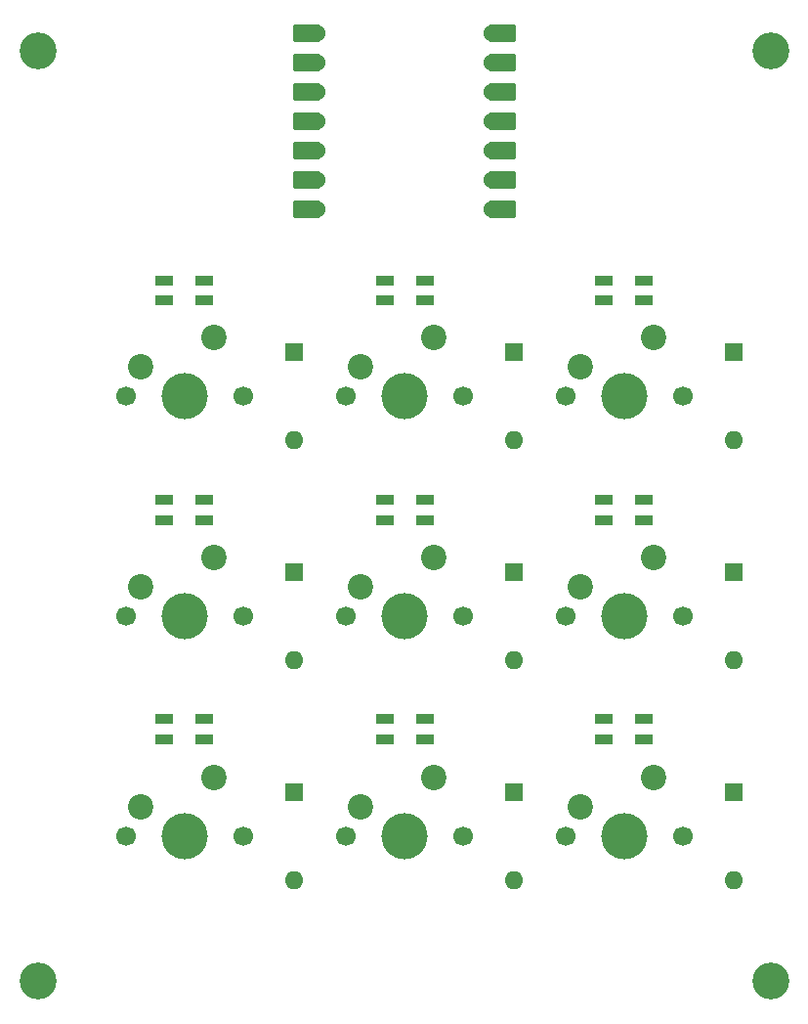
<source format=gbr>
%TF.GenerationSoftware,KiCad,Pcbnew,8.0.8*%
%TF.CreationDate,2025-02-15T18:33:02+00:00*%
%TF.ProjectId,kawaiipad_pcb,6b617761-6969-4706-9164-5f7063622e6b,rev?*%
%TF.SameCoordinates,Original*%
%TF.FileFunction,Soldermask,Top*%
%TF.FilePolarity,Negative*%
%FSLAX46Y46*%
G04 Gerber Fmt 4.6, Leading zero omitted, Abs format (unit mm)*
G04 Created by KiCad (PCBNEW 8.0.8) date 2025-02-15 18:33:02*
%MOMM*%
%LPD*%
G01*
G04 APERTURE LIST*
G04 Aperture macros list*
%AMRoundRect*
0 Rectangle with rounded corners*
0 $1 Rounding radius*
0 $2 $3 $4 $5 $6 $7 $8 $9 X,Y pos of 4 corners*
0 Add a 4 corners polygon primitive as box body*
4,1,4,$2,$3,$4,$5,$6,$7,$8,$9,$2,$3,0*
0 Add four circle primitives for the rounded corners*
1,1,$1+$1,$2,$3*
1,1,$1+$1,$4,$5*
1,1,$1+$1,$6,$7*
1,1,$1+$1,$8,$9*
0 Add four rect primitives between the rounded corners*
20,1,$1+$1,$2,$3,$4,$5,0*
20,1,$1+$1,$4,$5,$6,$7,0*
20,1,$1+$1,$6,$7,$8,$9,0*
20,1,$1+$1,$8,$9,$2,$3,0*%
G04 Aperture macros list end*
%ADD10C,3.200000*%
%ADD11C,1.700000*%
%ADD12C,4.000000*%
%ADD13C,2.200000*%
%ADD14R,1.600000X0.850000*%
%ADD15RoundRect,0.152400X1.063600X0.609600X-1.063600X0.609600X-1.063600X-0.609600X1.063600X-0.609600X0*%
%ADD16C,1.524000*%
%ADD17RoundRect,0.152400X-1.063600X-0.609600X1.063600X-0.609600X1.063600X0.609600X-1.063600X0.609600X0*%
%ADD18R,1.600000X1.600000*%
%ADD19O,1.600000X1.600000*%
G04 APERTURE END LIST*
D10*
%TO.C,REF\u002A\u002A*%
X186500000Y-53500000D03*
%TD*%
%TO.C,REF\u002A\u002A*%
X186500000Y-134000000D03*
%TD*%
%TO.C,REF\u002A\u002A*%
X123000000Y-134000000D03*
%TD*%
%TO.C,REF\u002A\u002A*%
X123000000Y-53500000D03*
%TD*%
D11*
%TO.C,SW7*%
X130651250Y-121443750D03*
D12*
X135731250Y-121443750D03*
D11*
X140811250Y-121443750D03*
D13*
X138271250Y-116363750D03*
X131921250Y-118903750D03*
%TD*%
D14*
%TO.C,D13*%
X172050000Y-92325000D03*
X172050000Y-94075000D03*
X175550000Y-94075000D03*
X175550000Y-92325000D03*
%TD*%
D15*
%TO.C,U1*%
X146326250Y-51911250D03*
D16*
X147161250Y-51911250D03*
D15*
X146326250Y-54451250D03*
D16*
X147161250Y-54451250D03*
D15*
X146326250Y-56991250D03*
D16*
X147161250Y-56991250D03*
D15*
X146326250Y-59531250D03*
D16*
X147161250Y-59531250D03*
D15*
X146326250Y-62071250D03*
D16*
X147161250Y-62071250D03*
D15*
X146326250Y-64611250D03*
D16*
X147161250Y-64611250D03*
D15*
X146326250Y-67151250D03*
D16*
X147161250Y-67151250D03*
X162401250Y-67151250D03*
D17*
X163236250Y-67151250D03*
D16*
X162401250Y-64611250D03*
D17*
X163236250Y-64611250D03*
D16*
X162401250Y-62071250D03*
D17*
X163236250Y-62071250D03*
D16*
X162401250Y-59531250D03*
D17*
X163236250Y-59531250D03*
D16*
X162401250Y-56991250D03*
D17*
X163236250Y-56991250D03*
D16*
X162401250Y-54451250D03*
D17*
X163236250Y-54451250D03*
D16*
X162401250Y-51911250D03*
D17*
X163236250Y-51911250D03*
%TD*%
D11*
%TO.C,SW8*%
X149701250Y-121443750D03*
D12*
X154781250Y-121443750D03*
D11*
X159861250Y-121443750D03*
D13*
X157321250Y-116363750D03*
X150971250Y-118903750D03*
%TD*%
D14*
%TO.C,D18*%
X172050000Y-111325000D03*
X172050000Y-113075000D03*
X175550000Y-113075000D03*
X175550000Y-111325000D03*
%TD*%
%TO.C,D15*%
X133950000Y-92325000D03*
X133950000Y-94075000D03*
X137450000Y-94075000D03*
X137450000Y-92325000D03*
%TD*%
%TO.C,D16*%
X133950000Y-111325000D03*
X133950000Y-113075000D03*
X137450000Y-113075000D03*
X137450000Y-111325000D03*
%TD*%
%TO.C,D12*%
X172050000Y-73325000D03*
X172050000Y-75075000D03*
X175550000Y-75075000D03*
X175550000Y-73325000D03*
%TD*%
D11*
%TO.C,SW3*%
X168751250Y-83343750D03*
D12*
X173831250Y-83343750D03*
D11*
X178911250Y-83343750D03*
D13*
X176371250Y-78263750D03*
X170021250Y-80803750D03*
%TD*%
D11*
%TO.C,SW6*%
X168751250Y-102393750D03*
D12*
X173831250Y-102393750D03*
D11*
X178911250Y-102393750D03*
D13*
X176371250Y-97313750D03*
X170021250Y-99853750D03*
%TD*%
D14*
%TO.C,D10*%
X133950000Y-73325000D03*
X133950000Y-75075000D03*
X137450000Y-75075000D03*
X137450000Y-73325000D03*
%TD*%
D11*
%TO.C,SW4*%
X130651250Y-102393750D03*
D12*
X135731250Y-102393750D03*
D11*
X140811250Y-102393750D03*
D13*
X138271250Y-97313750D03*
X131921250Y-99853750D03*
%TD*%
D11*
%TO.C,SW2*%
X149701250Y-83343750D03*
D12*
X154781250Y-83343750D03*
D11*
X159861250Y-83343750D03*
D13*
X157321250Y-78263750D03*
X150971250Y-80803750D03*
%TD*%
D11*
%TO.C,SW9*%
X168751250Y-121443750D03*
D12*
X173831250Y-121443750D03*
D11*
X178911250Y-121443750D03*
D13*
X176371250Y-116363750D03*
X170021250Y-118903750D03*
%TD*%
D14*
%TO.C,D17*%
X153050000Y-111325000D03*
X153050000Y-113075000D03*
X156550000Y-113075000D03*
X156550000Y-111325000D03*
%TD*%
D11*
%TO.C,SW1*%
X130651250Y-83343750D03*
D12*
X135731250Y-83343750D03*
D11*
X140811250Y-83343750D03*
D13*
X138271250Y-78263750D03*
X131921250Y-80803750D03*
%TD*%
D14*
%TO.C,D11*%
X153050000Y-73325000D03*
X153050000Y-75075000D03*
X156550000Y-75075000D03*
X156550000Y-73325000D03*
%TD*%
D11*
%TO.C,SW5*%
X149701250Y-102393750D03*
D12*
X154781250Y-102393750D03*
D11*
X159861250Y-102393750D03*
D13*
X157321250Y-97313750D03*
X150971250Y-99853750D03*
%TD*%
D14*
%TO.C,D14*%
X153050000Y-92325000D03*
X153050000Y-94075000D03*
X156550000Y-94075000D03*
X156550000Y-92325000D03*
%TD*%
D18*
%TO.C,D9*%
X183356250Y-117633750D03*
D19*
X183356250Y-125253750D03*
%TD*%
D18*
%TO.C,D5*%
X164306250Y-98583750D03*
D19*
X164306250Y-106203750D03*
%TD*%
D18*
%TO.C,D1*%
X145256250Y-79533750D03*
D19*
X145256250Y-87153750D03*
%TD*%
D18*
%TO.C,D4*%
X145256250Y-98583750D03*
D19*
X145256250Y-106203750D03*
%TD*%
D18*
%TO.C,D7*%
X145256250Y-117633750D03*
D19*
X145256250Y-125253750D03*
%TD*%
%TO.C,D3*%
X183356250Y-87153750D03*
D18*
X183356250Y-79533750D03*
%TD*%
%TO.C,D6*%
X183356250Y-98583750D03*
D19*
X183356250Y-106203750D03*
%TD*%
D18*
%TO.C,D8*%
X164306250Y-117633750D03*
D19*
X164306250Y-125253750D03*
%TD*%
D18*
%TO.C,D2*%
X164306250Y-79533750D03*
D19*
X164306250Y-87153750D03*
%TD*%
M02*

</source>
